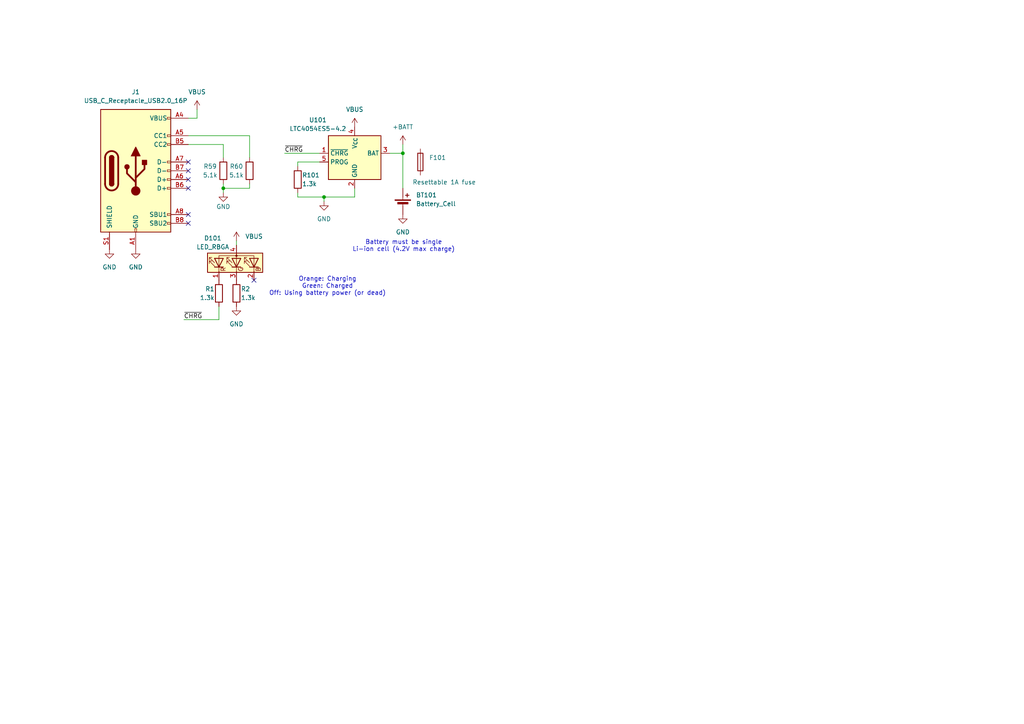
<source format=kicad_sch>
(kicad_sch (version 20250114) (generator "eeschema") (generator_version "9.0")
  (paper "A4")
  (lib_symbols
    (symbol "Battery_Management:LTC4054ES5-4.2"
      (property "Reference" "U" (at -5.842 6.604 0))
      (property "Value" "LTC4054ES5-4.2" (at 1.524 6.604 0))
      (symbol "LTC4054ES5-4.2_0_1"
        (rectangle (start -7.62 5.08) (end 7.62 -7.62) (stroke (width 0.254)) (fill (type background)))
      )
      (symbol "LTC4054ES5-4.2_1_1"
        (pin open_collector line (at -10.16 0 0) (length 2.54) (name "~{CHRG}") (number "1"))
        (pin bidirectional line (at -10.16 -2.54 0) (length 2.54) (name "PROG") (number "5"))
        (pin power_in line (at 0 7.62 270) (length 2.54) (name "V_{CC}") (number "4"))
        (pin power_in line (at 0 -10.16 90) (length 2.54) (name "GND") (number "2"))
        (pin power_out line (at 10.16 0 180) (length 2.54) (name "BAT") (number "3"))
      )
    )
    (symbol "Connector:USB_C_Receptacle_USB2.0_16P" (pin_names (offset 1.016))
      (property "Reference" "J" (at 0 22.225 0))
      (property "Value" "USB_C_Receptacle_USB2.0_16P" (at 0 19.685 0))
      (symbol "USB_C_Receptacle_USB2.0_16P_0_0"
        (rectangle (start -0.254 -17.78) (end 0.254 -16.764))
        (rectangle (start 10.16 15.494) (end 9.144 14.986))
        (rectangle (start 10.16 10.414) (end 9.144 9.906))
        (rectangle (start 10.16 7.874) (end 9.144 7.366))
        (rectangle (start 10.16 2.794) (end 9.144 2.286))
        (rectangle (start 10.16 0.254) (end 9.144 -0.254))
        (rectangle (start 10.16 -2.286) (end 9.144 -2.794))
        (rectangle (start 10.16 -4.826) (end 9.144 -5.334))
        (rectangle (start 10.16 -12.446) (end 9.144 -12.954))
        (rectangle (start 10.16 -14.986) (end 9.144 -15.494))
      )
      (symbol "USB_C_Receptacle_USB2.0_16P_0_1"
        (rectangle (start -10.16 17.78) (end 10.16 -17.78) (stroke (width 0.254)) (fill (type background)))
        (polyline (pts (xy -8.89 -3.81) (xy -8.89 3.81)) (stroke (width 0.508)))
        (rectangle (start -7.62 -3.81) (end -6.35 3.81) (stroke (width 0.254)) (fill (type outline)))
        (arc (start -7.62 3.81) (mid -6.985 4.4423) (end -6.35 3.81) (stroke (width 0.254)))
        (arc (start -7.62 3.81) (mid -6.985 4.4423) (end -6.35 3.81) (stroke (width 0.254)) (fill (type outline)))
        (arc (start -8.89 3.81) (mid -6.985 5.7067) (end -5.08 3.81) (stroke (width 0.508)))
        (arc (start -5.08 -3.81) (mid -6.985 -5.7067) (end -8.89 -3.81) (stroke (width 0.508)))
        (arc (start -6.35 -3.81) (mid -6.985 -4.4423) (end -7.62 -3.81) (stroke (width 0.254)))
        (arc (start -6.35 -3.81) (mid -6.985 -4.4423) (end -7.62 -3.81) (stroke (width 0.254)) (fill (type outline)))
        (polyline (pts (xy -5.08 3.81) (xy -5.08 -3.81)) (stroke (width 0.508)))
        (circle (center -2.54 1.143) (radius 0.635) (stroke (width 0.254)) (fill (type outline)))
        (polyline (pts (xy -1.27 4.318) (xy 0 6.858) (xy 1.27 4.318) (xy -1.27 4.318)) (stroke (width 0.254)) (fill (type outline)))
        (polyline (pts (xy 0 -2.032) (xy 2.54 0.508) (xy 2.54 1.778)) (stroke (width 0.508)))
        (polyline (pts (xy 0 -3.302) (xy -2.54 -0.762) (xy -2.54 0.508)) (stroke (width 0.508)))
        (polyline (pts (xy 0 -5.842) (xy 0 4.318)) (stroke (width 0.508)))
        (circle (center 0 -5.842) (radius 1.27) (fill (type outline)))
        (rectangle (start 1.905 1.778) (end 3.175 3.048) (stroke (width 0.254)) (fill (type outline)))
      )
      (symbol "USB_C_Receptacle_USB2.0_16P_1_1"
        (pin passive line (at -7.62 -22.86 90) (length 5.08) (name "SHIELD") (number "S1"))
        (pin passive line (at 0 -22.86 90) (length 5.08) (name "GND") (number "A1"))
        (pin passive line (at 0 -22.86 90) (length 5.08) (hide yes) (name "GND") (number "A12"))
        (pin passive line (at 0 -22.86 90) (length 5.08) (hide yes) (name "GND") (number "B1"))
        (pin passive line (at 0 -22.86 90) (length 5.08) (hide yes) (name "GND") (number "B12"))
        (pin passive line (at 15.24 15.24 180) (length 5.08) (name "VBUS") (number "A4"))
        (pin passive line (at 15.24 15.24 180) (length 5.08) (hide yes) (name "VBUS") (number "A9"))
        (pin passive line (at 15.24 15.24 180) (length 5.08) (hide yes) (name "VBUS") (number "B4"))
        (pin passive line (at 15.24 15.24 180) (length 5.08) (hide yes) (name "VBUS") (number "B9"))
        (pin bidirectional line (at 15.24 10.16 180) (length 5.08) (name "CC1") (number "A5"))
        (pin bidirectional line (at 15.24 7.62 180) (length 5.08) (name "CC2") (number "B5"))
        (pin bidirectional line (at 15.24 2.54 180) (length 5.08) (name "D-") (number "A7"))
        (pin bidirectional line (at 15.24 0 180) (length 5.08) (name "D-") (number "B7"))
        (pin bidirectional line (at 15.24 -2.54 180) (length 5.08) (name "D+") (number "A6"))
        (pin bidirectional line (at 15.24 -5.08 180) (length 5.08) (name "D+") (number "B6"))
        (pin bidirectional line (at 15.24 -12.7 180) (length 5.08) (name "SBU1") (number "A8"))
        (pin bidirectional line (at 15.24 -15.24 180) (length 5.08) (name "SBU2") (number "B8"))
      )
    )
    (symbol "Device:Battery_Cell" (pin_numbers (hide yes)) (pin_names (offset 0) (hide yes))
      (property "Reference" "BT" (at 2.54 2.54 0))
      (property "Value" "Battery_Cell" (at 2.54 0 0))
      (symbol "Battery_Cell_0_1"
        (rectangle (start -2.286 1.778) (end 2.286 1.524) (fill (type outline)))
        (rectangle (start -1.524 1.016) (end 1.524 0.508) (fill (type outline)))
        (polyline (pts (xy 0 1.778) (xy 0 2.54)))
        (polyline (pts (xy 0 0.762) (xy 0 0)))
        (polyline (pts (xy 0.762 3.048) (xy 1.778 3.048)) (stroke (width 0.254)))
        (polyline (pts (xy 1.27 3.556) (xy 1.27 2.54)) (stroke (width 0.254)))
      )
      (symbol "Battery_Cell_1_1"
        (pin passive line (at 0 5.08 270) (length 2.54) (name "+") (number "1"))
        (pin passive line (at 0 -2.54 90) (length 2.54) (name "-") (number "2"))
      )
    )
    (symbol "Device:Fuse" (pin_numbers (hide yes)) (pin_names (offset 0))
      (property "Reference" "F" (at 2.032 0 90))
      (property "Value" "Fuse" (at -1.905 0 90))
      (symbol "Fuse_0_1"
        (rectangle (start -0.762 -2.54) (end 0.762 2.54) (stroke (width 0.254)))
        (polyline (pts (xy 0 2.54) (xy 0 -2.54)))
      )
      (symbol "Fuse_1_1"
        (pin passive line (at 0 3.81 270) (length 1.27) (name "~") (number "1"))
        (pin passive line (at 0 -3.81 90) (length 1.27) (name "~") (number "2"))
      )
    )
    (symbol "Device:LED_RBGA" (pin_names (offset 0) (hide yes))
      (property "Reference" "D" (at 0 9.398 0))
      (property "Value" "LED_RBGA" (at 0 -8.89 0))
      (symbol "LED_RBGA_0_0"
        (text "R" (at -1.905 3.81 0) (effects (font (size 1.27 1.27))))
        (text "G" (at -1.905 -1.27 0) (effects (font (size 1.27 1.27))))
        (text "B" (at -1.905 -6.35 0) (effects (font (size 1.27 1.27))))
      )
      (symbol "LED_RBGA_0_1"
        (polyline (pts (xy -1.27 6.35) (xy -1.27 3.81)) (stroke (width 0.254)))
        (polyline (pts (xy -1.27 6.35) (xy -1.27 3.81) (xy -1.27 3.81)))
        (polyline (pts (xy -1.27 5.08) (xy -2.54 5.08)))
        (polyline (pts (xy -1.27 5.08) (xy 1.27 5.08)))
        (polyline (pts (xy -1.27 1.27) (xy -1.27 -1.27)) (stroke (width 0.254)))
        (polyline (pts (xy -1.27 1.27) (xy -1.27 -1.27) (xy -1.27 -1.27)))
        (polyline (pts (xy -1.27 0) (xy -2.54 0)))
        (polyline (pts (xy -1.27 -3.81) (xy -1.27 -6.35)) (stroke (width 0.254)))
        (polyline (pts (xy -1.27 -5.08) (xy -2.54 -5.08)))
        (polyline (pts (xy -1.27 -5.08) (xy 1.27 -5.08)))
        (polyline (pts (xy -1.016 6.35) (xy 0.508 7.874) (xy -0.254 7.874) (xy 0.508 7.874) (xy 0.508 7.112)))
        (polyline (pts (xy -1.016 1.27) (xy 0.508 2.794) (xy -0.254 2.794) (xy 0.508 2.794) (xy 0.508 2.032)))
        (polyline (pts (xy -1.016 -3.81) (xy 0.508 -2.286) (xy -0.254 -2.286) (xy 0.508 -2.286) (xy 0.508 -3.048)))
        (polyline (pts (xy 0 6.35) (xy 1.524 7.874) (xy 0.762 7.874) (xy 1.524 7.874) (xy 1.524 7.112)))
        (polyline (pts (xy 0 1.27) (xy 1.524 2.794) (xy 0.762 2.794) (xy 1.524 2.794) (xy 1.524 2.032)))
        (polyline (pts (xy 0 -3.81) (xy 1.524 -2.286) (xy 0.762 -2.286) (xy 1.524 -2.286) (xy 1.524 -3.048)))
        (polyline (pts (xy 1.27 6.35) (xy 1.27 3.81) (xy -1.27 5.08) (xy 1.27 6.35)) (stroke (width 0.254)))
        (rectangle (start 1.27 6.35) (end 1.27 6.35))
        (rectangle (start 1.27 3.81) (end 1.27 6.35))
        (polyline (pts (xy 1.27 1.27) (xy 1.27 -1.27) (xy -1.27 0) (xy 1.27 1.27)) (stroke (width 0.254)))
        (rectangle (start 1.27 1.27) (end 1.27 1.27))
        (polyline (pts (xy 1.27 0) (xy -1.27 0)))
        (polyline (pts (xy 1.27 0) (xy 2.54 0)))
        (rectangle (start 1.27 -1.27) (end 1.27 1.27))
        (polyline (pts (xy 1.27 -3.81) (xy 1.27 -6.35) (xy -1.27 -5.08) (xy 1.27 -3.81)) (stroke (width 0.254)))
        (polyline (pts (xy 1.27 -5.08) (xy 2.032 -5.08) (xy 2.032 5.08) (xy 1.27 5.08)))
        (circle (center 2.032 0) (radius 0.254) (fill (type outline)))
        (rectangle (start 2.794 8.382) (end -2.794 -7.62) (stroke (width 0.254)) (fill (type background)))
      )
      (symbol "LED_RBGA_1_1"
        (pin passive line (at -5.08 5.08 0) (length 2.54) (name "RK") (number "1"))
        (pin passive line (at -5.08 0 0) (length 2.54) (name "GK") (number "3"))
        (pin passive line (at -5.08 -5.08 0) (length 2.54) (name "BK") (number "2"))
        (pin passive line (at 5.08 0 180) (length 2.54) (name "A") (number "4"))
      )
    )
    (symbol "Device:R" (pin_numbers (hide yes)) (pin_names (offset 0))
      (property "Reference" "R" (at 2.032 0 90))
      (property "Value" "R" (at 0 0 90))
      (symbol "R_0_1"
        (rectangle (start -1.016 -2.54) (end 1.016 2.54) (stroke (width 0.254)))
      )
      (symbol "R_1_1"
        (pin passive line (at 0 3.81 270) (length 1.27) (name "~") (number "1"))
        (pin passive line (at 0 -3.81 90) (length 1.27) (name "~") (number "2"))
      )
    )
    (symbol "power:+BATT" (power) (pin_names (offset 0))
      (property "Value" "+BATT" (at 0 3.556 0))
      (symbol "+BATT_0_1"
        (polyline (pts (xy -0.762 1.27) (xy 0 2.54)))
        (polyline (pts (xy 0 2.54) (xy 0.762 1.27)))
        (polyline (pts (xy 0 0) (xy 0 2.54)))
      )
      (symbol "+BATT_1_1"
        (pin power_in line (at 0 0 90) (length 0) (hide yes) (name "+BATT") (number "1"))
      )
    )
    (symbol "power:GND" (power) (pin_names (offset 0))
      (property "Value" "GND" (at 0 -3.81 0))
      (symbol "GND_0_1"
        (polyline (pts (xy 0 0) (xy 0 -1.27) (xy 1.27 -1.27) (xy 0 -2.54) (xy -1.27 -1.27) (xy 0 -1.27)))
      )
      (symbol "GND_1_1"
        (pin power_in line (at 0 0 270) (length 0) (hide yes) (name "GND") (number "1"))
      )
    )
    (symbol "power:VBUS" (power) (pin_names (offset 0))
      (property "Value" "VBUS" (at 0 3.81 0))
      (symbol "VBUS_0_1"
        (polyline (pts (xy -0.762 1.27) (xy 0 2.54)))
        (polyline (pts (xy 0 2.54) (xy 0.762 1.27)))
        (polyline (pts (xy 0 0) (xy 0 2.54)))
      )
      (symbol "VBUS_1_1"
        (pin power_in line (at 0 0 90) (length 0) (hide yes) (name "VBUS") (number "1"))
      )
    )
  )
  (text "Orange: Charging\nGreen: Charged\nOff: Using battery power (or dead)" (at 94.996 83.058 0) (effects (font (size 1.27 1.27))))
  (text "Battery must be single\nLi-ion cell (4.2V max charge)" (at 117.094 71.374 0) (effects (font (size 1.27 1.27))))
  (junction (at 64.77 54.61))
  (junction (at 93.98 57.15))
  (junction (at 116.84 44.45))
  (no_connect (at 54.61 46.99))
  (no_connect (at 54.61 54.61))
  (no_connect (at 73.66 81.28))
  (no_connect (at 54.61 64.77))
  (no_connect (at 54.61 49.53))
  (no_connect (at 54.61 62.23))
  (no_connect (at 54.61 52.07))
  (wire (pts (xy 86.36 46.99) (xy 92.71 46.99)))
  (wire (pts (xy 64.77 55.88) (xy 64.77 54.61)))
  (wire (pts (xy 57.15 34.29) (xy 57.15 31.75)))
  (wire (pts (xy 64.77 54.61) (xy 72.39 54.61)))
  (wire (pts (xy 86.36 48.26) (xy 86.36 46.99)))
  (wire (pts (xy 93.98 58.42) (xy 93.98 57.15)))
  (wire (pts (xy 64.77 45.72) (xy 64.77 41.91)))
  (wire (pts (xy 64.77 53.34) (xy 64.77 54.61)))
  (wire (pts (xy 54.61 41.91) (xy 64.77 41.91)))
  (wire (pts (xy 116.84 41.91) (xy 116.84 44.45)))
  (wire (pts (xy 82.55 44.45) (xy 92.71 44.45)))
  (wire (pts (xy 72.39 39.37) (xy 72.39 45.72)))
  (wire (pts (xy 116.84 54.61) (xy 116.84 44.45)))
  (wire (pts (xy 86.36 57.15) (xy 93.98 57.15)))
  (wire (pts (xy 68.58 69.85) (xy 68.58 71.12)))
  (wire (pts (xy 102.87 57.15) (xy 102.87 54.61)))
  (wire (pts (xy 63.5 92.71) (xy 63.5 88.9)))
  (wire (pts (xy 54.61 39.37) (xy 72.39 39.37)))
  (wire (pts (xy 72.39 53.34) (xy 72.39 54.61)))
  (wire (pts (xy 54.61 34.29) (xy 57.15 34.29)))
  (wire (pts (xy 93.98 57.15) (xy 102.87 57.15)))
  (wire (pts (xy 53.34 92.71) (xy 63.5 92.71)))
  (wire (pts (xy 86.36 57.15) (xy 86.36 55.88)))
  (wire (pts (xy 113.03 44.45) (xy 116.84 44.45)))
  (label "~{CHRG}" (at 53.34 92.71 0))
  (label "~{CHRG}" (at 82.55 44.45 0))
  (symbol (lib_id "power:GND") (at 39.37 72.39 0) (unit 1)
    (property "Reference" "#PWR066" (effects (hide yes)))
    (property "Value" "GND" (at 39.37 77.47 0))
    (property "Description" "Power symbol creates a global label with name \"GND\" , ground" (effects (hide yes)))
  )
  (symbol (lib_id "Device:Battery_Cell") (at 116.84 59.69 0) (unit 1)
    (property "Reference" "BT101" (at 120.65 56.5785 0) (effects (justify left)))
    (property "Value" "Battery_Cell" (at 120.65 59.1185 0) (effects (justify left)))
    (property "Footprint" "Connector_PinHeader_2.54mm:PinHeader_1x02_P2.54mm_Vertical" (effects (hide yes)))
  )
  (symbol (lib_id "Battery_Management:LTC4054ES5-4.2") (at 102.87 44.45 0) (unit 1)
    (property "Reference" "U101" (at 92.202 34.798 0))
    (property "Value" "LTC4054ES5-4.2" (at 92.202 37.338 0))
    (property "Footprint" "Package_TO_SOT_SMD:TSOT-23-5" (effects (hide yes)))
    (property "Datasheet" "https://www.analog.com/media/en/technical-documentation/data-sheets/405442xf.pdf" (effects (hide yes)))
    (property "LCSC" " C462648" (effects (hide yes)))
  )
  (symbol (lib_id "Connector:USB_C_Receptacle_USB2.0_16P") (at 39.37 49.53 0) (unit 1)
    (property "Reference" "J1" (at 39.37 26.67 0))
    (property "Value" "USB_C_Receptacle_USB2.0_16P" (at 39.37 29.21 0))
    (property "Footprint" "Connector_USB:USB_C_Receptacle_G-Switch_GT-USB-7010ASV" (effects (hide yes)))
    (property "Datasheet" "https://jlcpcb.com/api/file/downloadByFileSystemAccessId/8588920841703079936" (effects (hide yes)))
    (property "Description" "USB 2.0-only 16P Type-C Receptacle connector" (effects (hide yes)))
    (property "LCSC" "C2765186" (effects (hide yes)))
  )
  (symbol (lib_id "power:VBUS") (at 68.58 69.85 0) (unit 1)
    (property "Reference" "#PWR0139" (effects (hide yes)))
    (property "Value" "VBUS" (at 71.12 68.5799 0) (effects (justify left)))
  )
  (symbol (lib_id "Device:R") (at 68.58 85.09 0) (unit 1)
    (property "Reference" "R2" (at 69.85 83.82 0) (effects (justify left)))
    (property "Value" "1.3k" (at 69.85 86.36 0) (effects (justify left)))
    (property "Footprint" "Resistor_SMD:R_0402_1005Metric" (effects (hide yes)))
    (property "LCSC" "C25866" (effects (hide yes)))
  )
  (symbol (lib_id "Device:R") (at 64.77 49.53 180) (unit 1)
    (property "Reference" "R59" (at 60.96 48.26 0))
    (property "Value" "5.1k" (at 60.96 50.8 0))
    (property "Footprint" "Resistor_SMD:R_0402_1005Metric" (effects (hide yes)))
    (property "Description" "Resistor, US symbol" (effects (hide yes)))
    (property "LCSC" "C25905" (effects (hide yes)))
  )
  (symbol (lib_id "power:GND") (at 68.58 88.9 0) (unit 1)
    (property "Reference" "#PWR0138" (effects (hide yes)))
    (property "Value" "GND" (at 68.58 93.98 0))
  )
  (symbol (lib_id "Device:R") (at 72.39 49.53 180) (unit 1)
    (property "Reference" "R60" (at 68.58 48.26 0))
    (property "Value" "5.1k" (at 68.58 50.8 0))
    (property "Footprint" "Resistor_SMD:R_0402_1005Metric" (effects (hide yes)))
    (property "Description" "Resistor, US symbol" (effects (hide yes)))
    (property "LCSC" "C25905" (effects (hide yes)))
  )
  (symbol (lib_id "power:+BATT") (at 116.84 41.91 0) (unit 1)
    (property "Reference" "#PWR0107" (effects (hide yes)))
    (property "Value" "+BATT" (at 116.84 36.83 0))
  )
  (symbol (lib_id "Device:R") (at 63.5 85.09 0) (mirror y) (unit 1)
    (property "Reference" "R1" (at 62.23 83.82 0) (effects (justify left)))
    (property "Value" "1.3k" (at 62.23 86.36 0) (effects (justify left)))
    (property "Footprint" "Resistor_SMD:R_0402_1005Metric" (effects (hide yes)))
    (property "LCSC" "C25866" (effects (hide yes)))
  )
  (symbol (lib_id "power:GND") (at 64.77 55.88 0) (mirror y) (unit 1)
    (property "Reference" "#PWR064" (effects (hide yes)))
    (property "Value" "GND" (at 64.77 59.944 0))
    (property "Description" "Power symbol creates a global label with name \"GND\" , ground" (effects (hide yes)))
  )
  (symbol (lib_id "Device:R") (at 86.36 52.07 0) (unit 1)
    (property "Reference" "R101" (at 87.63 50.8 0) (effects (justify left)))
    (property "Value" "1.3k" (at 87.63 53.34 0) (effects (justify left)))
    (property "Footprint" "Resistor_SMD:R_0402_1005Metric" (effects (hide yes)))
    (property "LCSC" "C25866" (effects (hide yes)))
  )
  (symbol (lib_id "power:VBUS") (at 102.87 36.83 0) (unit 1)
    (property "Reference" "#PWR0105" (effects (hide yes)))
    (property "Value" "VBUS" (at 102.87 31.75 0))
  )
  (symbol (lib_id "power:GND") (at 31.75 72.39 0) (unit 1)
    (property "Reference" "#PWR065" (effects (hide yes)))
    (property "Value" "GND" (at 31.75 77.47 0))
    (property "Description" "Power symbol creates a global label with name \"GND\" , ground" (effects (hide yes)))
  )
  (symbol (lib_id "power:GND") (at 116.84 62.23 0) (unit 1)
    (property "Reference" "#PWR0106" (effects (hide yes)))
    (property "Value" "GND" (at 116.84 67.31 0))
  )
  (symbol (lib_id "Device:Fuse") (at 121.92 46.99 180) (unit 1)
    (property "Reference" "F101" (at 124.46 45.72 0) (effects (justify right)))
    (property "Value" "Resettable 1A fuse" (at 119.634 52.832 0) (effects (justify right)))
    (property "Footprint" "Fuse:Fuse_0805_2012Metric" (effects (hide yes)))
    (property "Description" "I_{hold}=1A, I_{trip}=2A, R_{1max}=0.27Ω" (effects (hide yes)))
    (property "LCSC" "C883112" (effects (hide yes)))
    (property "OnlyIf" "Fuse" (effects (hide yes)))
  )
  (symbol (lib_id "power:GND") (at 93.98 58.42 0) (unit 1)
    (property "Reference" "#PWR0101" (effects (hide yes)))
    (property "Value" "GND" (at 93.98 63.5 0))
  )
  (symbol (lib_id "power:VBUS") (at 57.15 31.75 0) (unit 1)
    (property "Reference" "#PWR01" (effects (hide yes)))
    (property "Value" "VBUS" (at 57.15 26.67 0))
  )
  (symbol (lib_id "Device:LED_RBGA") (at 68.58 76.2 90) (unit 1)
    (property "Reference" "D101" (at 61.722 69.088 90))
    (property "Value" "LED_RBGA" (at 61.722 71.628 90))
    (property "Footprint" "LED_SMD:LED_LiteOn_LTST-C19HE1WT" (effects (hide yes)))
    (property "LCSC" "C458749" (effects (hide yes)))
  )
)
</source>
